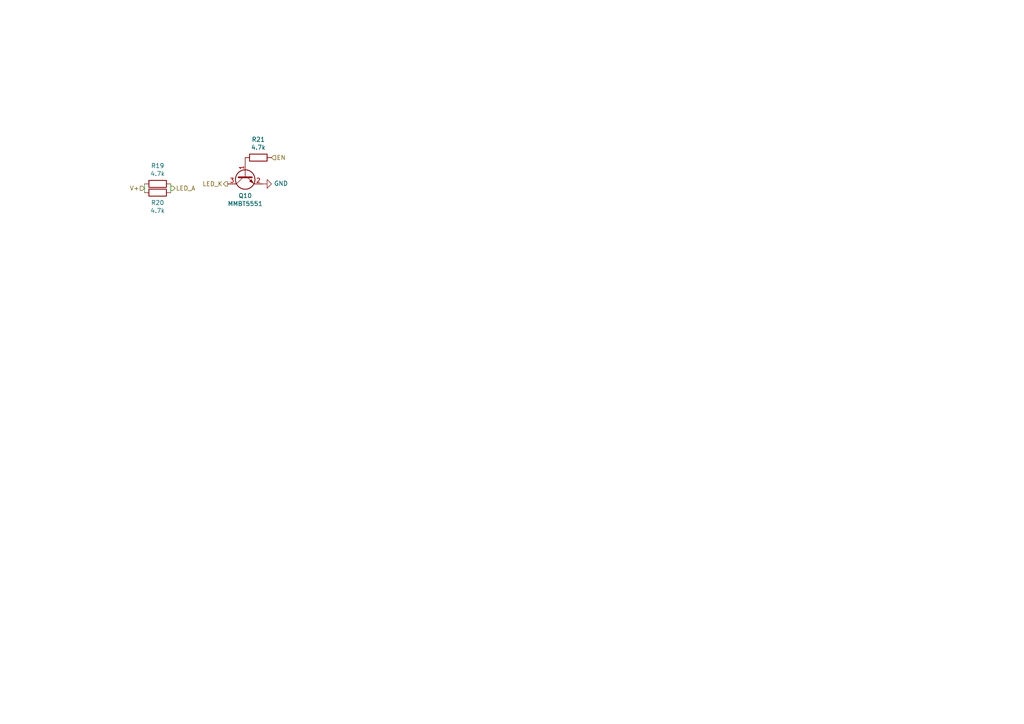
<source format=kicad_sch>
(kicad_sch (version 20211123) (generator eeschema)
  (paper "A4")
  (lib_symbols
    (symbol "Device:R" (pin_numbers hide) (pin_names (offset 0))
      (property "Reference" "R" (at 2.032 0 90))
      (property "Value" "R" (at 0 0 90))
      (symbol "R_0_1"
        (rectangle (start -1.016 -2.54) (end 1.016 2.54) (stroke (width 0.254)))
      )
      (symbol "R_1_1"
        (pin passive line (at 0 3.81 270) (length 1.27) (name "~") (number "1"))
        (pin passive line (at 0 -3.81 90) (length 1.27) (name "~") (number "2"))
      )
    )
    (symbol "Transistor_BJT:MMBT5551L" (pin_names (offset 0) hide)
      (property "Reference" "Q" (at 5.08 1.905 0))
      (property "Value" "MMBT5551L" (at 5.08 0 0))
      (symbol "MMBT5551L_0_1"
        (polyline (pts (xy 0.635 0.635) (xy 2.54 2.54)))
        (polyline (pts (xy 0.635 -0.635) (xy 2.54 -2.54) (xy 2.54 -2.54)))
        (polyline (pts (xy 0.635 1.905) (xy 0.635 -1.905) (xy 0.635 -1.905)) (stroke (width 0.508)))
        (polyline (pts (xy 1.27 -1.778) (xy 1.778 -1.27) (xy 2.286 -2.286) (xy 1.27 -1.778) (xy 1.27 -1.778)) (fill (type outline)))
        (circle (center 1.27 0) (radius 2.8194) (stroke (width 0.254)))
      )
      (symbol "MMBT5551L_1_1"
        (pin input line (at -5.08 0 0) (length 5.715) (name "B") (number "1"))
        (pin passive line (at 2.54 -5.08 90) (length 2.54) (name "E") (number "2"))
        (pin passive line (at 2.54 5.08 270) (length 2.54) (name "C") (number "3"))
      )
    )
    (symbol "power:GND" (power) (pin_names (offset 0))
      (property "Value" "GND" (at 0 -3.81 0))
      (symbol "GND_0_1"
        (polyline (pts (xy 0 0) (xy 0 -1.27) (xy 1.27 -1.27) (xy 0 -2.54) (xy -1.27 -1.27) (xy 0 -1.27)))
      )
      (symbol "GND_1_1"
        (pin power_in line (at 0 0 270) (length 0) hide (name "GND") (number "1"))
      )
    )
  )
  (wire (pts (xy 49.53 55.88) (xy 49.53 53.34)))
  (wire (pts (xy 41.91 53.34) (xy 41.91 55.88)))
  (hierarchical_label "EN" (shape input) (at 78.74 45.72 0))
  (hierarchical_label "V+" (shape input) (at 41.91 54.61 180))
  (hierarchical_label "LED_K" (shape output) (at 66.04 53.34 180))
  (hierarchical_label "LED_A" (shape output) (at 49.53 54.61 0))
  (symbol (lib_id "Transistor_BJT:MMBT5551L") (at 71.12 50.8 90) (mirror x)
    (property "Reference" "Q10" (at 71.12 56.769 90))
    (property "Value" "MMBT5551" (at 71.12 59.0804 90))
    (property "Footprint" "Package_TO_SOT_SMD:SOT-23" (effects hide))
    (property "Datasheet" "www.onsemi.com/pub/Collateral/MMBT5550LT1-D.PDF" (effects hide))
    (property "JLC" "C2145" (effects hide))
  )
  (symbol (lib_id "Device:R") (at 74.93 45.72 90)
    (property "Reference" "R21" (at 74.93 40.4622 90))
    (property "Value" "4.7k" (at 74.93 42.7736 90))
    (property "Footprint" "Resistor_SMD:R_0402_1005Metric" (effects hide))
    (property "JLC" "C25900" (effects hide))
  )
  (symbol (lib_id "power:GND") (at 76.2 53.34 90)
    (property "Reference" "#PWR047" (effects hide))
    (property "Value" "GND" (at 79.4512 53.213 90) (effects (justify right)))
  )
  (symbol (lib_id "Device:R") (at 45.72 53.34 90)
    (property "Reference" "R19" (at 45.72 48.0822 90))
    (property "Value" "4.7k" (at 45.72 50.3936 90))
    (property "Footprint" "Resistor_SMD:R_0402_1005Metric" (effects hide))
    (property "JLC" "C25900" (effects hide))
  )
  (symbol (lib_id "Device:R") (at 45.72 55.88 90)
    (property "Reference" "R20" (at 45.72 58.801 90))
    (property "Value" "4.7k" (at 45.72 61.1124 90))
    (property "Footprint" "Resistor_SMD:R_0402_1005Metric" (effects hide))
    (property "JLC" "C25900" (effects hide))
  )
)
</source>
